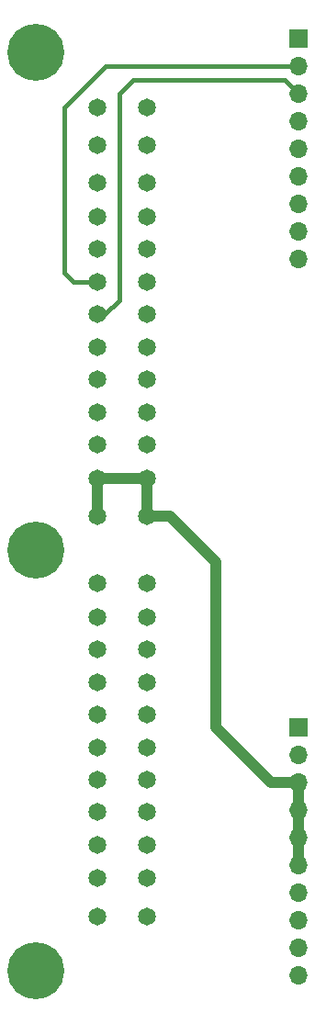
<source format=gbr>
%TF.GenerationSoftware,KiCad,Pcbnew,(5.1.6)-1*%
%TF.CreationDate,2021-09-19T14:55:01-05:00*%
%TF.ProjectId,BptoMega2,4270746f-4d65-4676-9132-2e6b69636164,rev?*%
%TF.SameCoordinates,Original*%
%TF.FileFunction,Copper,L2,Bot*%
%TF.FilePolarity,Positive*%
%FSLAX46Y46*%
G04 Gerber Fmt 4.6, Leading zero omitted, Abs format (unit mm)*
G04 Created by KiCad (PCBNEW (5.1.6)-1) date 2021-09-19 14:55:01*
%MOMM*%
%LPD*%
G01*
G04 APERTURE LIST*
%TA.AperFunction,ComponentPad*%
%ADD10C,1.650000*%
%TD*%
%TA.AperFunction,ComponentPad*%
%ADD11C,5.250000*%
%TD*%
%TA.AperFunction,ComponentPad*%
%ADD12R,1.700000X1.700000*%
%TD*%
%TA.AperFunction,ComponentPad*%
%ADD13O,1.700000X1.700000*%
%TD*%
%TA.AperFunction,Conductor*%
%ADD14C,0.400000*%
%TD*%
%TA.AperFunction,Conductor*%
%ADD15C,1.000000*%
%TD*%
G04 APERTURE END LIST*
D10*
%TO.P,J1,1*%
%TO.N,Net-(J1-Pad1)*%
X71120000Y-74930000D03*
%TO.P,J1,2*%
%TO.N,IDLE*%
X71120000Y-78430000D03*
%TO.P,J1,3*%
%TO.N,INJ_1*%
X71120000Y-81930000D03*
%TO.P,J1,4*%
%TO.N,GND*%
X71120000Y-109130000D03*
%TO.P,J1,5*%
X71120000Y-112630000D03*
%TO.P,J1,6*%
%TO.N,Net-(J1-Pad6)*%
X66620000Y-74930000D03*
%TO.P,J1,7*%
%TO.N,Net-(J1-Pad7)*%
X66620000Y-78430000D03*
%TO.P,J1,8*%
%TO.N,INJ_2*%
X66620000Y-81930000D03*
%TO.P,J1,9*%
%TO.N,GND*%
X66620000Y-109130000D03*
%TO.P,J1,10*%
X66620000Y-112630000D03*
%TO.P,J1,11*%
%TO.N,Net-(J1-Pad11)*%
X71120000Y-118830000D03*
%TO.P,J1,12*%
%TO.N,Net-(J1-Pad12)*%
X71120000Y-146030000D03*
%TO.P,J1,13*%
%TO.N,Const_12V*%
X71120000Y-149530000D03*
%TO.P,J1,14*%
%TO.N,LAUNCH*%
X66620000Y-118830000D03*
%TO.P,J1,15*%
%TO.N,Net-(J1-Pad15)*%
X66620000Y-146030000D03*
%TO.P,J1,16*%
%TO.N,12V-SW*%
X66620000Y-149530000D03*
%TO.P,J1,17*%
%TO.N,Net-(J1-Pad17)*%
X71120000Y-85030000D03*
%TO.P,J1,18*%
%TO.N,CLT*%
X71120000Y-88030000D03*
%TO.P,J1,19*%
%TO.N,Net-(J1-Pad19)*%
X71120000Y-91030000D03*
%TO.P,J1,20*%
%TO.N,TPS_IN*%
X71120000Y-94030000D03*
%TO.P,J1,21*%
%TO.N,Net-(J1-Pad21)*%
X71120000Y-97030000D03*
%TO.P,J1,22*%
%TO.N,Net-(J1-Pad22)*%
X71120000Y-100030000D03*
%TO.P,J1,23*%
%TO.N,CAM*%
X71120000Y-103030000D03*
%TO.P,J1,24*%
%TO.N,CRANK*%
X71120000Y-106030000D03*
%TO.P,J1,25*%
%TO.N,Net-(J1-Pad25)*%
X66620000Y-85030000D03*
%TO.P,J1,26*%
%TO.N,Net-(J1-Pad26)*%
X66620000Y-88030000D03*
%TO.P,J1,27*%
%TO.N,IAT*%
X66620000Y-91030000D03*
%TO.P,J1,28*%
%TO.N,O2*%
X66620000Y-94030000D03*
%TO.P,J1,29*%
%TO.N,TPS_IN*%
X66620000Y-97030000D03*
%TO.P,J1,30*%
%TO.N,Net-(J1-Pad30)*%
X66620000Y-100030000D03*
%TO.P,J1,31*%
%TO.N,Net-(J1-Pad31)*%
X66620000Y-103030000D03*
%TO.P,J1,32*%
%TO.N,Net-(J1-Pad32)*%
X66620000Y-106030000D03*
%TO.P,J1,33*%
%TO.N,Net-(J1-Pad33)*%
X71120000Y-121930000D03*
%TO.P,J1,34*%
%TO.N,Net-(J1-Pad34)*%
X71120000Y-124930000D03*
%TO.P,J1,35*%
%TO.N,Net-(J1-Pad35)*%
X71120000Y-127930000D03*
%TO.P,J1,36*%
%TO.N,Net-(J1-Pad36)*%
X71120000Y-130930000D03*
%TO.P,J1,37*%
%TO.N,Net-(J1-Pad37)*%
X71120000Y-133930000D03*
%TO.P,J1,38*%
%TO.N,Net-(J1-Pad38)*%
X71120000Y-136930000D03*
%TO.P,J1,39*%
%TO.N,IGN-1*%
X71120000Y-139930000D03*
%TO.P,J1,40*%
%TO.N,Net-(J1-Pad40)*%
X71120000Y-142930000D03*
%TO.P,J1,41*%
%TO.N,Net-(J1-Pad41)*%
X66620000Y-121930000D03*
%TO.P,J1,42*%
%TO.N,FAN*%
X66620000Y-124930000D03*
%TO.P,J1,43*%
%TO.N,Net-(J1-Pad43)*%
X66620000Y-127930000D03*
%TO.P,J1,44*%
%TO.N,VREF*%
X66620000Y-130930000D03*
%TO.P,J1,45*%
%TO.N,Net-(J1-Pad45)*%
X66620000Y-133930000D03*
%TO.P,J1,46*%
%TO.N,Net-(J1-Pad46)*%
X66620000Y-136930000D03*
%TO.P,J1,47*%
%TO.N,Net-(J1-Pad47)*%
X66620000Y-139930000D03*
%TO.P,J1,48*%
%TO.N,Net-(J1-Pad48)*%
X66620000Y-142930000D03*
D11*
%TO.P,J1,MH1*%
%TO.N,Net-(J1-PadMH1)*%
X60920000Y-154580000D03*
%TO.P,J1,MH2*%
%TO.N,Net-(J1-PadMH2)*%
X60920000Y-115730000D03*
%TO.P,J1,MH3*%
%TO.N,Net-(J1-PadMH3)*%
X60920000Y-69880000D03*
%TD*%
D12*
%TO.P,J2,1*%
%TO.N,IDLE*%
X85090000Y-68580000D03*
D13*
%TO.P,J2,2*%
%TO.N,IAT*%
X85090000Y-71120000D03*
%TO.P,J2,3*%
%TO.N,O2*%
X85090000Y-73660000D03*
%TO.P,J2,4*%
%TO.N,INJ_2*%
X85090000Y-76200000D03*
%TO.P,J2,5*%
%TO.N,INJ_1*%
X85090000Y-78740000D03*
%TO.P,J2,6*%
%TO.N,CLT*%
X85090000Y-81280000D03*
%TO.P,J2,7*%
%TO.N,TPS_IN*%
X85090000Y-83820000D03*
%TO.P,J2,8*%
%TO.N,CAM*%
X85090000Y-86360000D03*
%TO.P,J2,9*%
%TO.N,CRANK*%
X85090000Y-88900000D03*
%TD*%
D12*
%TO.P,J3,1*%
%TO.N,LAUNCH*%
X85090000Y-132080000D03*
D13*
%TO.P,J3,2*%
%TO.N,FAN*%
X85090000Y-134620000D03*
%TO.P,J3,3*%
%TO.N,GND*%
X85090000Y-137160000D03*
%TO.P,J3,4*%
X85090000Y-139700000D03*
%TO.P,J3,5*%
X85090000Y-142240000D03*
%TO.P,J3,6*%
X85090000Y-144780000D03*
%TO.P,J3,7*%
%TO.N,VREF*%
X85090000Y-147320000D03*
%TO.P,J3,8*%
%TO.N,IGN-1*%
X85090000Y-149860000D03*
%TO.P,J3,9*%
%TO.N,Const_12V*%
X85090000Y-152400000D03*
%TO.P,J3,10*%
%TO.N,12V-SW*%
X85090000Y-154940000D03*
%TD*%
D14*
%TO.N,O2*%
X68580000Y-73996000D02*
X68580000Y-74930000D01*
X83820000Y-72390000D02*
X85090000Y-73660000D01*
X68580000Y-74930000D02*
X68580000Y-73660000D01*
X69850000Y-72390000D02*
X83820000Y-72390000D01*
X68580000Y-73660000D02*
X69850000Y-72390000D01*
X68580000Y-92710000D02*
X68580000Y-74930000D01*
X66620000Y-94030000D02*
X67260000Y-94030000D01*
X67260000Y-94030000D02*
X68580000Y-92710000D01*
D15*
%TO.N,GND*%
X73260000Y-112630000D02*
X71120000Y-112630000D01*
X77470000Y-132080000D02*
X77470000Y-116840000D01*
X85090000Y-137160000D02*
X82550000Y-137160000D01*
X77470000Y-116840000D02*
X73260000Y-112630000D01*
X82550000Y-137160000D02*
X77470000Y-132080000D01*
X71120000Y-112630000D02*
X71120000Y-109130000D01*
X71120000Y-109130000D02*
X66620000Y-109130000D01*
X66620000Y-109130000D02*
X66620000Y-112630000D01*
X85090000Y-137160000D02*
X85090000Y-139700000D01*
X85090000Y-139700000D02*
X85090000Y-142240000D01*
X85090000Y-142240000D02*
X85090000Y-144780000D01*
D14*
%TO.N,IAT*%
X66620000Y-91030000D02*
X64360000Y-91030000D01*
X64360000Y-91030000D02*
X63500000Y-90170000D01*
X63500000Y-90170000D02*
X63500000Y-74930000D01*
X67310000Y-71120000D02*
X85090000Y-71120000D01*
X63500000Y-74930000D02*
X67310000Y-71120000D01*
%TD*%
M02*

</source>
